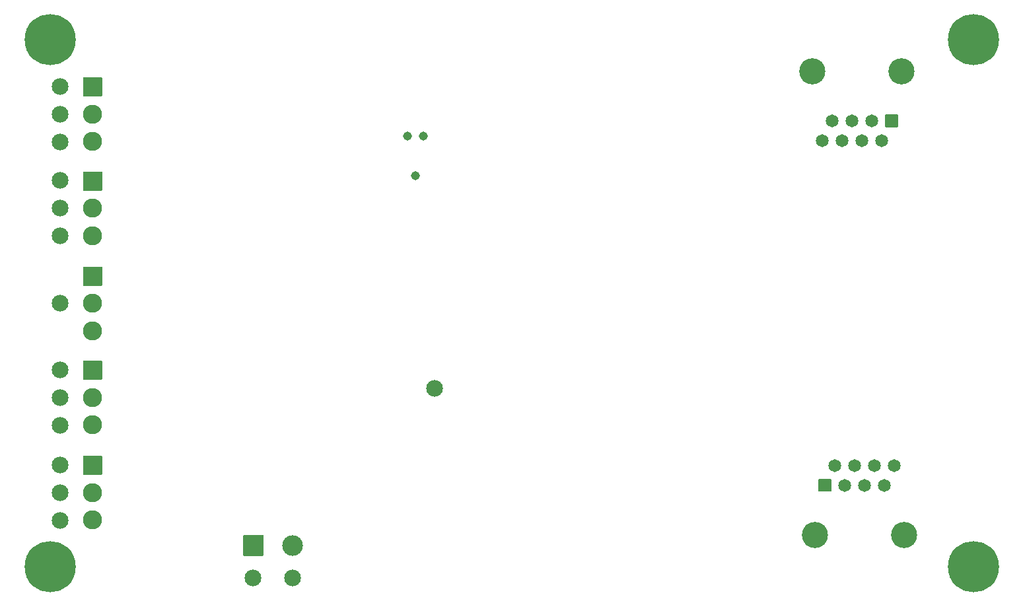
<source format=gbs>
G04 #@! TF.GenerationSoftware,KiCad,Pcbnew,6.0.10-86aedd382b~118~ubuntu18.04.1*
G04 #@! TF.CreationDate,2024-12-06T10:37:32-07:00*
G04 #@! TF.ProjectId,mss-cascade-adv,6d73732d-6361-4736-9361-64652d616476,rev?*
G04 #@! TF.SameCoordinates,Original*
G04 #@! TF.FileFunction,Soldermask,Bot*
G04 #@! TF.FilePolarity,Negative*
%FSLAX46Y46*%
G04 Gerber Fmt 4.6, Leading zero omitted, Abs format (unit mm)*
G04 Created by KiCad (PCBNEW 6.0.10-86aedd382b~118~ubuntu18.04.1) date 2024-12-06 10:37:32*
%MOMM*%
%LPD*%
G01*
G04 APERTURE LIST*
%ADD10C,6.552400*%
%ADD11C,2.452400*%
%ADD12C,1.143000*%
%ADD13C,3.352400*%
%ADD14C,1.652400*%
%ADD15C,2.652400*%
%ADD16C,2.152400*%
G04 APERTURE END LIST*
D10*
X29718000Y-119888000D03*
G36*
G01*
X34029000Y-173200800D02*
X36329000Y-173200800D01*
G75*
G02*
X36405200Y-173277000I0J-76200D01*
G01*
X36405200Y-175577000D01*
G75*
G02*
X36329000Y-175653200I-76200J0D01*
G01*
X34029000Y-175653200D01*
G75*
G02*
X33952800Y-175577000I0J76200D01*
G01*
X33952800Y-173277000D01*
G75*
G02*
X34029000Y-173200800I76200J0D01*
G01*
G37*
D11*
X35179000Y-177927000D03*
X35179000Y-181427000D03*
G36*
G01*
X34029000Y-124686800D02*
X36329000Y-124686800D01*
G75*
G02*
X36405200Y-124763000I0J-76200D01*
G01*
X36405200Y-127063000D01*
G75*
G02*
X36329000Y-127139200I-76200J0D01*
G01*
X34029000Y-127139200D01*
G75*
G02*
X33952800Y-127063000I0J76200D01*
G01*
X33952800Y-124763000D01*
G75*
G02*
X34029000Y-124686800I76200J0D01*
G01*
G37*
X35179000Y-129413000D03*
X35179000Y-132913000D03*
D12*
X76581000Y-137287000D03*
X75565000Y-132207000D03*
X77597000Y-132207000D03*
D13*
X127797500Y-183328750D03*
X139227500Y-183328750D03*
G36*
G01*
X128241300Y-177728750D02*
X128241300Y-176228750D01*
G75*
G02*
X128317500Y-176152550I76200J0D01*
G01*
X129817500Y-176152550D01*
G75*
G02*
X129893700Y-176228750I0J-76200D01*
G01*
X129893700Y-177728750D01*
G75*
G02*
X129817500Y-177804950I-76200J0D01*
G01*
X128317500Y-177804950D01*
G75*
G02*
X128241300Y-177728750I0J76200D01*
G01*
G37*
D14*
X130337500Y-174438750D03*
X131607500Y-176978750D03*
X132877500Y-174438750D03*
X134147500Y-176978750D03*
X135417500Y-174438750D03*
X136687500Y-176978750D03*
X137957500Y-174438750D03*
G36*
G01*
X34029000Y-148943800D02*
X36329000Y-148943800D01*
G75*
G02*
X36405200Y-149020000I0J-76200D01*
G01*
X36405200Y-151320000D01*
G75*
G02*
X36329000Y-151396200I-76200J0D01*
G01*
X34029000Y-151396200D01*
G75*
G02*
X33952800Y-151320000I0J76200D01*
G01*
X33952800Y-149020000D01*
G75*
G02*
X34029000Y-148943800I76200J0D01*
G01*
G37*
D11*
X35179000Y-153670000D03*
X35179000Y-157170000D03*
G36*
G01*
X54466800Y-185954000D02*
X54466800Y-183454000D01*
G75*
G02*
X54543000Y-183377800I76200J0D01*
G01*
X57043000Y-183377800D01*
G75*
G02*
X57119200Y-183454000I0J-76200D01*
G01*
X57119200Y-185954000D01*
G75*
G02*
X57043000Y-186030200I-76200J0D01*
G01*
X54543000Y-186030200D01*
G75*
G02*
X54466800Y-185954000I0J76200D01*
G01*
G37*
D15*
X60793000Y-184704000D03*
G36*
G01*
X34029000Y-136751800D02*
X36329000Y-136751800D01*
G75*
G02*
X36405200Y-136828000I0J-76200D01*
G01*
X36405200Y-139128000D01*
G75*
G02*
X36329000Y-139204200I-76200J0D01*
G01*
X34029000Y-139204200D01*
G75*
G02*
X33952800Y-139128000I0J76200D01*
G01*
X33952800Y-136828000D01*
G75*
G02*
X34029000Y-136751800I76200J0D01*
G01*
G37*
D11*
X35179000Y-141478000D03*
X35179000Y-144978000D03*
G36*
G01*
X34029000Y-161008800D02*
X36329000Y-161008800D01*
G75*
G02*
X36405200Y-161085000I0J-76200D01*
G01*
X36405200Y-163385000D01*
G75*
G02*
X36329000Y-163461200I-76200J0D01*
G01*
X34029000Y-163461200D01*
G75*
G02*
X33952800Y-163385000I0J76200D01*
G01*
X33952800Y-161085000D01*
G75*
G02*
X34029000Y-161008800I76200J0D01*
G01*
G37*
X35179000Y-165735000D03*
X35179000Y-169235000D03*
D13*
X138902500Y-123932750D03*
X127472500Y-123932750D03*
G36*
G01*
X138458700Y-129532750D02*
X138458700Y-131032750D01*
G75*
G02*
X138382500Y-131108950I-76200J0D01*
G01*
X136882500Y-131108950D01*
G75*
G02*
X136806300Y-131032750I0J76200D01*
G01*
X136806300Y-129532750D01*
G75*
G02*
X136882500Y-129456550I76200J0D01*
G01*
X138382500Y-129456550D01*
G75*
G02*
X138458700Y-129532750I0J-76200D01*
G01*
G37*
D14*
X136362500Y-132822750D03*
X135092500Y-130282750D03*
X133822500Y-132822750D03*
X132552500Y-130282750D03*
X131282500Y-132822750D03*
X130012500Y-130282750D03*
X128742500Y-132822750D03*
D10*
X29718000Y-187452000D03*
X148082000Y-187412750D03*
X148082000Y-119848750D03*
D16*
X30988000Y-181483000D03*
X30988000Y-162179000D03*
X30988000Y-141478000D03*
X31002000Y-174371000D03*
X60833000Y-188849000D03*
X30988000Y-125857000D03*
X30988000Y-153670000D03*
X30988000Y-165735000D03*
X78994000Y-164592000D03*
X30988000Y-145034000D03*
X30988000Y-177927000D03*
X30988000Y-169291000D03*
X30988000Y-132969000D03*
X30988000Y-137922000D03*
X30988000Y-129413000D03*
X55753000Y-188849000D03*
M02*

</source>
